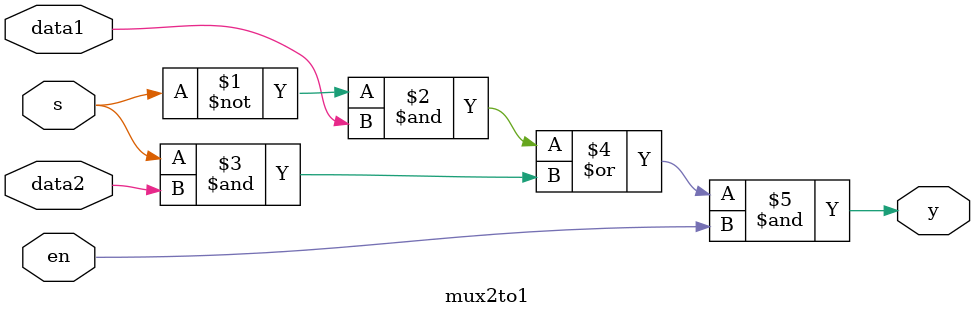
<source format=v>
`timescale 1ns / 1ps

module mux2to1(
    input data1,
    input data2,
    input en,
    input s,
    output y
    );
	 
	 
	 assign y = (((~s) & data1) | ( s & data2)) & en;


endmodule

</source>
